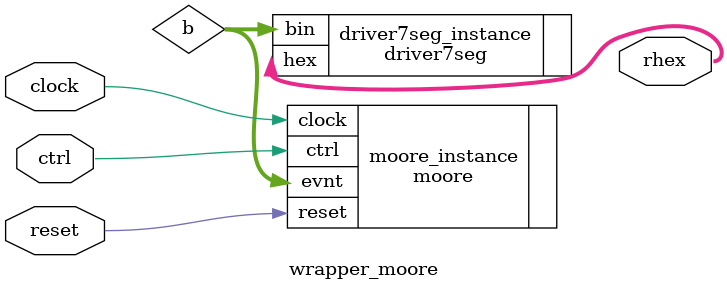
<source format=v>
module wrapper_moore
(
input reset,
clock, ctrl,
output [6:0]
rhex
);
wire [3:0] b;
moore moore_instance
(
.reset(reset),
.clock(clock),
.ctrl(ctrl),
.evnt(b)
);
driver7seg driver7seg_instance
(
.bin(b),
.hex(rhex)
);
endmodule


</source>
